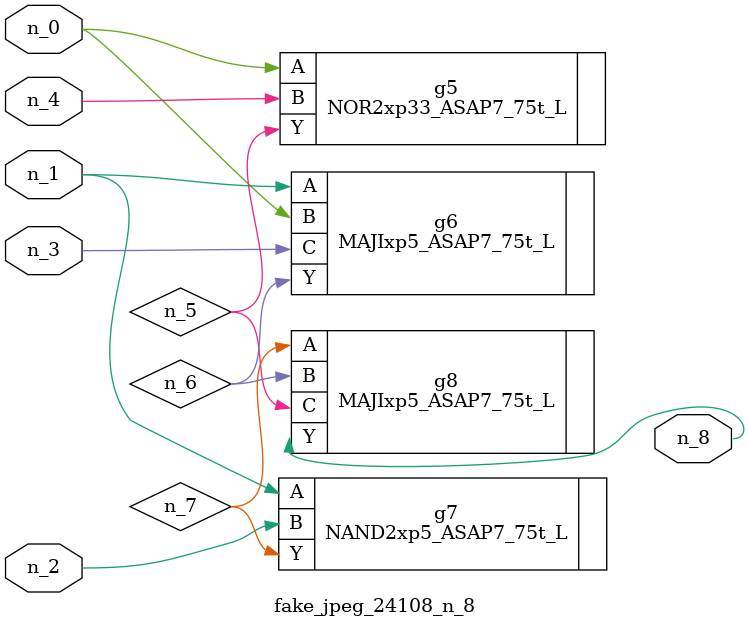
<source format=v>
module fake_jpeg_24108_n_8 (n_3, n_2, n_1, n_0, n_4, n_8);

input n_3;
input n_2;
input n_1;
input n_0;
input n_4;

output n_8;

wire n_6;
wire n_5;
wire n_7;

NOR2xp33_ASAP7_75t_L g5 ( 
.A(n_0),
.B(n_4),
.Y(n_5)
);

MAJIxp5_ASAP7_75t_L g6 ( 
.A(n_1),
.B(n_0),
.C(n_3),
.Y(n_6)
);

NAND2xp5_ASAP7_75t_L g7 ( 
.A(n_1),
.B(n_2),
.Y(n_7)
);

MAJIxp5_ASAP7_75t_L g8 ( 
.A(n_7),
.B(n_6),
.C(n_5),
.Y(n_8)
);


endmodule
</source>
